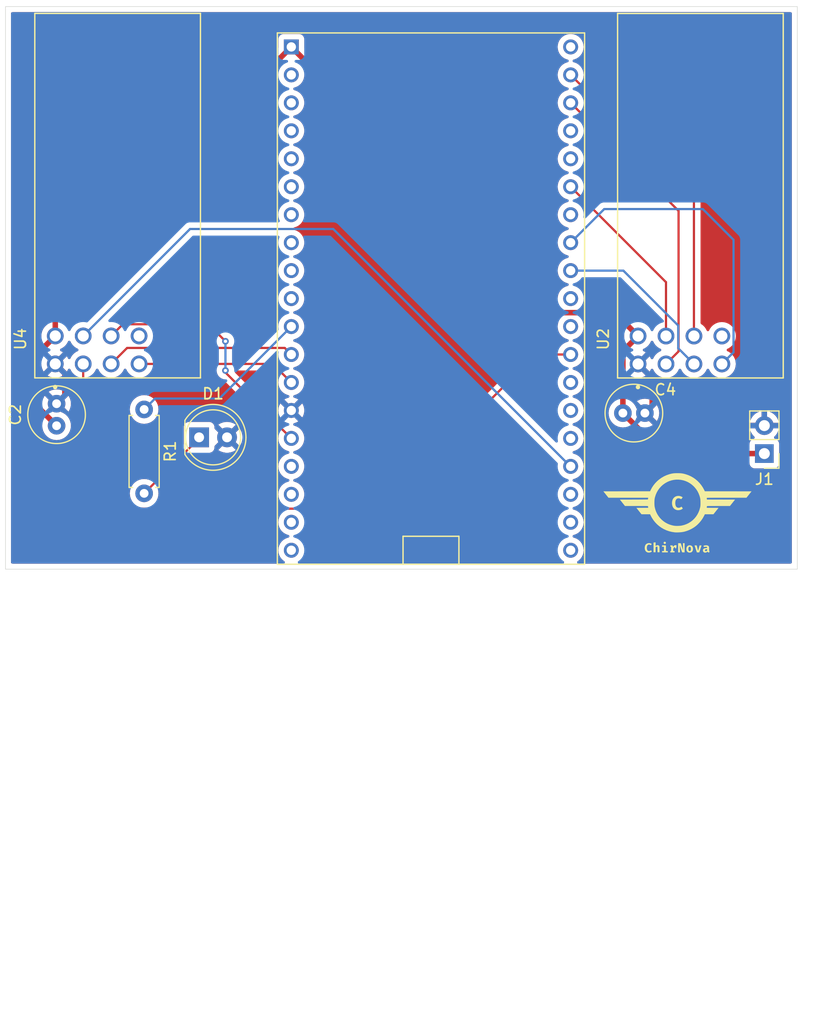
<source format=kicad_pcb>
(kicad_pcb (version 20240108) (generator "pcbnew") (generator_version "8.0")
  (layers (0 "F.Cu" signal) (31 "B.Cu" signal) (34 "B.Paste" user) (35 "F.Paste" user) (36 "B.SilkS" user "B.Silkscreen") (37 "F.SilkS" user "F.Silkscreen") (38 "B.Mask" user) (39 "F.Mask" user) (44 "Edge.Cuts" user))
  (net 0 "")
  (net 1 "vin")
  (net 2 "GND")
  (net 3 "Net-(D1-K)")
  (net 4 "Net-(U3-GPIO27{slash}AD17{slash}TOUCH7)")
  (net 6 "CE1")
  (net 7 "miso1")
  (net 8 "sck1")
  (net 9 "CSN1")
  (net 10 "mosi1")
  (net 20 "CE")
  (net 25 "mosi")
  (net 28 "miso")
  (net 36 "CSN")
  (net 37 "sck")
  (footprint "Resistor_THT:R_Axial_DIN0207_L6.3mm_D2.5mm_P7.62mm_Horizontal" (layer "F.Cu") (at 124.606 92.9939 -90)
    (property "Reference" "R1" (at 3.81 -2.37 90) (layer "F.SilkS"))
    (property "Value" "4.7k")
    (fp_line (start 0.54 1.37) (end 7.08 1.37) (stroke (width 0.12)) (layer "F.SilkS"))
    (fp_line (start 7.08 1.37) (end 7.08 1.04) (stroke (width 0.12)) (layer "F.SilkS"))
    (fp_line (start 0.54 1.04) (end 0.54 1.37) (stroke (width 0.12)) (layer "F.SilkS"))
    (fp_line (start 0.54 -1.04) (end 0.54 -1.37) (stroke (width 0.12)) (layer "F.SilkS"))
    (fp_line (start 0.54 -1.37) (end 7.08 -1.37) (stroke (width 0.12)) (layer "F.SilkS"))
    (fp_line (start 7.08 -1.37) (end 7.08 -1.04) (stroke (width 0.12)) (layer "F.SilkS"))
    (pad "1" thru_hole circle (at 0 0 270) (size 1.6 1.6) (drill 0.8) (layers "*.Cu" "*.Mask") (net 4 "Net-(U3-GPIO27{slash}AD17{slash}TOUCH7)"))
    (pad "2" thru_hole oval (at 7.62 0 270) (size 1.6 1.6) (drill 0.8) (layers "*.Cu" "*.Mask") (net 3 "Net-(D1-K)"))
  )
  (footprint "LOGO" (layer "F.Cu") (at 173.1 102.4)
    (property "Reference" "G***" (hide yes))
    (property "Value" "LOGO" (hide yes))
    (fp_poly (pts (xy -1.117403 2.614413) (xy -1.075636 2.637684) (xy -1.054329 2.674574) (xy -1.050517 2.707583) (xy -1.0595 2.755063) (xy -1.087634 2.787108) (xy -1.11465 2.800063) (xy -1.145139 2.80999) (xy -1.164444 2.811871) (xy -1.184987 2.805923) (xy -1.196126 2.801484) (xy -1.223847 2.78292) (xy -1.243024 2.761976) (xy -1.260584 2.719326) (xy -1.25712 2.678137) (xy -1.23644 2.64288) (xy -1.202351 2.618027) (xy -1.15866 2.608051)) (fill solid) (layer "F.SilkS"))
    (fp_poly (pts (xy -1.155918 2.939215) (xy -1.107435 2.940337) (xy -1.076345 2.942784) (xy -1.058841 2.947029) (xy -1.051114 2.953547) (xy -1.049407 2.960832) (xy -1.049009 2.979865) (xy -1.048573 3.019546) (xy -1.048135 3.075515) (xy -1.047727 3.143408) (xy -1.047392 3.217209) (xy -1.046487 3.451699) (xy -0.962984 3.451699) (xy -0.879481 3.451699) (xy -0.878746 3.51423) (xy -0.878011 3.57676) (xy -1.13935 3.57676) (xy -1.400689 3.57676) (xy -1.400689 3.51423) (xy -1.400689 3.451699) (xy -1.313146 3.451699) (xy -1.225603 3.451699) (xy -1.225603 3.257854) (xy -1.225603 3.064008) (xy -1.313146 3.064008) (xy -1.400689 3.064008) (xy -1.400689 3.001477) (xy -1.400689 2.938947) (xy -1.225603 2.938947)) (fill solid) (layer "F.SilkS"))
    (fp_poly (pts (xy 1.760908 2.979592) (xy 1.76759 3.005355) (xy 1.778813 3.050327) (xy 1.793316 3.109384) (xy 1.80984 3.177406) (xy 1.8209 3.223308) (xy 1.837422 3.290575) (xy 1.852335 3.348449) (xy 1.864553 3.392932) (xy 1.87299 3.420027) (xy 1.876167 3.426533) (xy 1.881143 3.415067) (xy 1.891235 3.382998) (xy 1.905397 3.333964) (xy 1.922584 3.271602) (xy 1.94175 3.19955) (xy 1.945301 3.185943) (xy 2.007938 2.9452) (xy 2.099818 2.941494) (xy 2.148469 2.940523) (xy 2.176028 2.942853) (xy 2.186265 2.949031) (xy 2.185974 2.954) (xy 2.180689 2.969923) (xy 2.168806 3.006259) (xy 2.151426 3.059625) (xy 2.129651 3.126636) (xy 2.104581 3.203907) (xy 2.082036 3.273486) (xy 1.983822 3.57676) (xy 1.874666 3.57676) (xy 1.765511 3.57676) (xy 1.65912 3.257854) (xy 1.55273 2.938947) (xy 1.651208 2.938947) (xy 1.749686 2.938947)) (fill solid) (layer "F.SilkS"))
    (fp_poly (pts (xy -1.988478 2.824087) (xy -1.988478 2.987635) (xy -1.918425 2.950785) (xy -1.854549 2.923467) (xy -1.799913 2.915407) (xy -1.74839 2.926126) (xy -1.726738 2.935839) (xy -1.698003 2.951485) (xy -1.675852 2.967691) (xy -1.659392 2.987809) (xy -1.647728 3.015192) (xy -1.639966 3.05319) (xy -1.635213 3.105156) (xy -1.632573 3.174442) (xy -1.631153 3.264399) (xy -1.630837 3.295362) (xy -1.628235 3.564254) (xy -1.720814 3.564254) (xy -1.813392 3.564254) (xy -1.813392 3.332068) (xy -1.814091 3.249776) (xy -1.816066 3.179251) (xy -1.819137 3.124077) (xy -1.823123 3.087836) (xy -1.826338 3.075692) (xy -1.849542 3.05576) (xy -1.884313 3.052777) (xy -1.924225 3.066318) (xy -1.95 3.083879) (xy -1.988478 3.116256) (xy -1.988478 3.340255) (xy -1.988478 3.564254) (xy -2.082274 3.564254) (xy -2.176071 3.564254) (xy -2.176071 3.120286) (xy -2.176071 2.676317) (xy -2.129173 2.67618) (xy -2.082432 2.673819) (xy -2.035615 2.66833) (xy -2.035376 2.66829) (xy -1.988478 2.660539)) (fill solid) (layer "F.SilkS"))
    (fp_poly (pts (xy 0.184115 2.741522) (xy 0.305699 2.745101) (xy 0.407691 3.067684) (xy 0.434984 3.153218) (xy 0.460241 3.23088) (xy 0.482387 3.297483) (xy 0.500347 3.349837) (xy 0.513046 3.384753) (xy 0.519407 3.399042) (xy 0.519464 3.399097) (xy 0.523341 3.396846) (xy 0.519186 3.382915) (xy 0.516166 3.363828) (xy 0.513018 3.323468) (xy 0.509921 3.265573) (xy 0.507055 3.193878) (xy 0.504598 3.112123) (xy 0.503169 3.048375) (xy 0.497209 2.738848) (xy 0.573765 2.738848) (xy 0.65032 2.738848) (xy 0.65032 3.158274) (xy 0.65032 3.577699) (xy 0.535455 3.574103) (xy 0.42059 3.570507) (xy 0.310754 3.239094) (xy 0.282887 3.156089) (xy 0.258021 3.084112) (xy 0.237057 3.025601) (xy 0.220898 2.982995) (xy 0.210443 2.958731) (xy 0.206595 2.955248) (xy 0.206746 2.957706) (xy 0.208791 2.98467) (xy 0.211266 3.032259) (xy 0.213989 3.096093) (xy 0.216781 3.171792) (xy 0.219461 3.254976) (xy 0.220542 3.292245) (xy 0.228508 3.57676) (xy 0.14552 3.57676) (xy 0.062531 3.57676) (xy 0.062531 3.157351) (xy 0.062531 2.737942)) (fill solid) (layer "F.SilkS"))
    (fp_poly (pts (xy -0.126806 2.925971) (xy -0.079464 2.938719) (xy -0.095559 3.060768) (xy -0.102461 3.113675) (xy -0.107981 3.157071) (xy -0.111383 3.185111) (xy -0.112105 3.192196) (xy -0.123576 3.197795) (xy -0.152073 3.20115) (xy -0.168833 3.201576) (xy -0.225111 3.201576) (xy -0.225111 3.145298) (xy -0.228588 3.10683) (xy -0.240495 3.090382) (xy -0.263043 3.095262) (xy -0.298444 3.120775) (xy -0.299736 3.121859) (xy -0.342978 3.167539) (xy -0.370606 3.221139) (xy -0.384716 3.288125) (xy -0.387691 3.351151) (xy -0.387691 3.451699) (xy -0.32516 3.451699) (xy -0.262629 3.451699) (xy -0.262629 3.51423) (xy -0.262629 3.57676) (xy -0.456474 3.57676) (xy -0.65032 3.57676) (xy -0.65032 3.51423) (xy -0.6495 3.477213) (xy -0.64446 3.458754) (xy -0.631329 3.452401) (xy -0.612801 3.451699) (xy -0.575283 3.451699) (xy -0.575283 3.257854) (xy -0.575283 3.064008) (xy -0.612801 3.064008) (xy -0.634949 3.06266) (xy -0.646033 3.054331) (xy -0.64988 3.032593) (xy -0.65032 3.00099) (xy -0.65032 2.937973) (xy -0.54142 2.941586) (xy -0.43252 2.9452) (xy -0.422439 2.995224) (xy -0.412385 3.040682) (xy -0.403101 3.062713) (xy -0.391102 3.062538) (xy -0.372901 3.041375) (xy -0.356908 3.018153) (xy -0.30659 2.962611) (xy -0.246529 2.928978) (xy -0.179458 2.918351)) (fill solid) (layer "F.SilkS"))
    (fp_poly (pts (xy -2.512853 2.737742) (xy -2.430542 2.760624) (xy -2.37288 2.791576) (xy -2.338325 2.81582) (xy -2.363306 2.849244) (xy -2.392502 2.888375) (xy -2.411889 2.910569) (xy -2.427625 2.918142) (xy -2.445869 2.913411) (xy -2.472779 2.898691) (xy -2.481571 2.893729) (xy -2.54844 2.867999) (xy -2.612742 2.865708) (xy -2.671532 2.886577) (xy -2.708353 2.91534) (xy -2.74484 2.966642) (xy -2.76977 3.031943) (xy -2.783365 3.10601) (xy -2.78585 3.183609) (xy -2.777447 3.259508) (xy -2.75838 3.328473) (xy -2.728873 3.385272) (xy -2.689148 3.424672) (xy -2.686547 3.426306) (xy -2.628281 3.448101) (xy -2.561795 3.450631) (xy -2.494546 3.434121) (xy -2.464308 3.419571) (xy -2.408627 3.387744) (xy -2.367855 3.435354) (xy -2.344307 3.464167) (xy -2.329349 3.484989) (xy -2.326614 3.490682) (xy -2.336342 3.503174) (xy -2.361925 3.521984) (xy -2.39651 3.542942) (xy -2.433246 3.561877) (xy -2.463712 3.574134) (xy -2.554671 3.592432) (xy -2.648614 3.59331) (xy -2.681049 3.589061) (xy -2.767488 3.562136) (xy -2.840779 3.515018) (xy -2.899617 3.449546) (xy -2.942697 3.367556) (xy -2.968715 3.270888) (xy -2.976465 3.172893) (xy -2.967686 3.056387) (xy -2.941296 2.957602) (xy -2.897215 2.876417) (xy -2.835361 2.812711) (xy -2.755655 2.766363) (xy -2.690234 2.744449) (xy -2.601833 2.731992)) (fill solid) (layer "F.SilkS"))
    (fp_poly (pts (xy 1.169704 2.935822) (xy 1.23554 2.951174) (xy 1.259271 2.961455) (xy 1.322853 3.008198) (xy 1.37053 3.072772) (xy 1.401023 3.152717) (xy 1.413054 3.245574) (xy 1.413196 3.257438) (xy 1.40432 3.355686) (xy 1.378216 3.438782) (xy 1.335673 3.505157) (xy 1.277477 3.553238) (xy 1.260335 3.562331) (xy 1.194353 3.584708) (xy 1.12021 3.595457) (xy 1.050613 3.592958) (xy 1.038011 3.590652) (xy 0.957611 3.562233) (xy 0.894045 3.51551) (xy 0.847702 3.451023) (xy 0.818969 3.369315) (xy 0.808236 3.270927) (xy 0.808228 3.27036) (xy 0.811 3.237649) (xy 0.991766 3.237649) (xy 0.992243 3.299009) (xy 1.001557 3.357103) (xy 1.020219 3.406438) (xy 1.034631 3.427821) (xy 1.073736 3.457455) (xy 1.118438 3.464858) (xy 1.162451 3.449751) (xy 1.181572 3.434337) (xy 1.205689 3.399993) (xy 1.219934 3.35293) (xy 1.225119 3.289128) (xy 1.223497 3.226908) (xy 1.212775 3.153685) (xy 1.189951 3.102232) (xy 1.154768 3.072288) (xy 1.10697 3.063593) (xy 1.067993 3.069466) (xy 1.038239 3.088933) (xy 1.015276 3.127116) (xy 0.999614 3.17852) (xy 0.991766 3.237649) (xy 0.811 3.237649) (xy 0.816575 3.171869) (xy 0.844241 3.087847) (xy 0.890696 3.019326) (xy 0.955409 2.967337) (xy 0.96731 2.960681) (xy 1.025807 2.94055) (xy 1.096532 2.932272)) (fill solid) (layer "F.SilkS"))
    (fp_poly (pts (xy 0.178213 -1.551271) (xy 0.247271 -1.535812) (xy 0.319123 -1.511632) (xy 0.385248 -1.482161) (xy 0.43712 -1.45083) (xy 0.446811 -1.443153) (xy 0.474665 -1.419448) (xy 0.405313 -1.334788) (xy 0.33596 -1.250127) (xy 0.300121 -1.275647) (xy 0.228532 -1.313057) (xy 0.145125 -1.334317) (xy 0.091726 -1.338158) (xy 0.012707 -1.327079) (xy -0.054795 -1.29458) (xy -0.110135 -1.241768) (xy -0.152663 -1.169751) (xy -0.181734 -1.079636) (xy -0.196698 -0.972532) (xy -0.196909 -0.849545) (xy -0.196639 -0.844924) (xy -0.182057 -0.732342) (xy -0.15323 -0.639912) (xy -0.1103 -0.56781) (xy -0.053408 -0.516212) (xy 0.017302 -0.485296) (xy 0.09983 -0.475234) (xy 0.1773 -0.482574) (xy 0.248172 -0.506593) (xy 0.316618 -0.546877) (xy 0.364354 -0.579846) (xy 0.394463 -0.543172) (xy 0.421579 -0.508648) (xy 0.451305 -0.468725) (xy 0.458089 -0.459266) (xy 0.474666 -0.435322) (xy 0.481917 -0.418008) (xy 0.477374 -0.402782) (xy 0.45857 -0.385105) (xy 0.423037 -0.360433) (xy 0.393944 -0.341232) (xy 0.318193 -0.302873) (xy 0.226938 -0.275051) (xy 0.127956 -0.259165) (xy 0.029026 -0.25661) (xy -0.037518 -0.263759) (xy -0.143937 -0.294282) (xy -0.241336 -0.34566) (xy -0.325812 -0.415045) (xy -0.393459 -0.499589) (xy -0.41657 -0.540229) (xy -0.461002 -0.653414) (xy -0.487662 -0.777843) (xy -0.496453 -0.907537) (xy -0.487278 -1.036514) (xy -0.460038 -1.158795) (xy -0.428033 -1.241798) (xy -0.368807 -1.339551) (xy -0.292204 -1.421143) (xy -0.201083 -1.485117) (xy -0.098304 -1.530011) (xy 0.013273 -1.554366) (xy 0.130788 -1.556722)) (fill solid) (layer "F.SilkS"))
    (fp_poly (pts (xy 2.66032 2.932628) (xy 2.736822 2.948733) (xy 2.798856 2.978208) (xy 2.843141 3.020225) (xy 2.854511 3.039063) (xy 2.863917 3.062898) (xy 2.870303 3.093356) (xy 2.874172 3.135322) (xy 2.876026 3.193681) (xy 2.876396 3.251944) (xy 2.877006 3.324887) (xy 2.879109 3.377143) (xy 2.883141 3.413014) (xy 2.889541 3.436802) (xy 2.896539 3.449851) (xy 2.90821 3.471433) (xy 2.909896 3.494921) (xy 2.902105 3.530526) (xy 2.900799 3.535236) (xy 2.890197 3.569368) (xy 2.879246 3.584939) (xy 2.86119 3.587567) (xy 2.841205 3.584796) (xy 2.801979 3.570936) (xy 2.765246 3.546731) (xy 2.762591 3.544279) (xy 2.727707 3.510858) (xy 2.689871 3.542695) (xy 2.654364 3.564548) (xy 2.608537 3.58284) (xy 2.588524 3.588152) (xy 2.545713 3.596736) (xy 2.51624 3.599633) (xy 2.489067 3.59676) (xy 2.453154 3.588034) (xy 2.449701 3.587115) (xy 2.412481 3.570262) (xy 2.373973 3.542654) (xy 2.362966 3.532269) (xy 2.337885 3.502511) (xy 2.324168 3.472496) (xy 2.317446 3.431392) (xy 2.316215 3.416325) (xy 2.31754 3.380742) (xy 2.501231 3.380742) (xy 2.51103 3.423994) (xy 2.537565 3.452123) (xy 2.576547 3.463555) (xy 2.623685 3.456712) (xy 2.660685 3.43933) (xy 2.684933 3.42219) (xy 2.696972 3.40336) (xy 2.701003 3.373639) (xy 2.70133 3.35033) (xy 2.70133 3.286113) (xy 2.626761 3.291506) (xy 2.564976 3.301692) (xy 2.524754 3.322434) (xy 2.504485 3.354879) (xy 2.501231 3.380742) (xy 2.31754 3.380742) (xy 2.318812 3.346557) (xy 2.338603 3.290383) (xy 2.376895 3.24673) (xy 2.434995 3.214526) (xy 2.51421 3.192696) (xy 2.60263 3.181199) (xy 2.651903 3.176593) (xy 2.681308 3.171638) (xy 2.695939 3.164388) (xy 2.700888 3.152897) (xy 2.70133 3.1435) (xy 2.692709 3.113234) (xy 2.674658 3.087361) (xy 2.658924 3.074144) (xy 2.640407 3.066854) (xy 2.612576 3.064472) (xy 2.568901 3.06598) (xy 2.54647 3.067383) (xy 2.496377 3.071478) (xy 2.454488 3.076342) (xy 2.428292 3.081066) (xy 2.425173 3.082079) (xy 2.409682 3.080709) (xy 2.394844 3.060548) (xy 2.384545 3.037008) (xy 2.374103 3.003192) (xy 2.371812 2.97908) (xy 2.373876 2.973756) (xy 2.390329 2.966404) (xy 2.424463 2.956314) (xy 2.469401 2.945483) (xy 2.477035 2.943835) (xy 2.572631 2.930719)) (fill solid) (layer "F.SilkS"))
    (fp_poly (pts (xy 0.140251 -3.618523) (xy 0.255846 -3.613674) (xy 0.359531 -3.604705) (xy 0.457794 -3.590781) (xy 0.557127 -3.571066) (xy 0.66402 -3.544724) (xy 0.72845 -3.527091) (xy 0.972475 -3.445699) (xy 1.205916 -3.342168) (xy 1.427455 -3.217593) (xy 1.635776 -3.073067) (xy 1.829562 -2.909683) (xy 2.007497 -2.728534) (xy 2.168264 -2.530715) (xy 2.310548 -2.317318) (xy 2.415149 -2.126159) (xy 2.489642 -1.976044) (xy 4.613911 -1.972882) (xy 6.738179 -1.969719) (xy 6.505792 -1.678951) (xy 6.273404 -1.388183) (xy 4.468608 -1.388183) (xy 4.220575 -1.388175) (xy 3.996354 -1.388142) (xy 3.794745 -1.388068) (xy 3.614547 -1.387937) (xy 3.454559 -1.387734) (xy 3.313583 -1.387443) (xy 3.190417 -1.387049) (xy 3.08386 -1.386537) (xy 2.992713 -1.385891) (xy 2.915775 -1.385096) (xy 2.851847 -1.384136) (xy 2.799726 -1.382995) (xy 2.758214 -1.381659) (xy 2.726109 -1.380111) (xy 2.702212 -1.378336) (xy 2.685322 -1.376319) (xy 2.674239 -1.374045) (xy 2.667762 -1.371497) (xy 2.664691 -1.36866) (xy 2.663825 -1.365519) (xy 2.663811 -1.364916) (xy 2.665471 -1.338613) (xy 2.669648 -1.299905) (xy 2.671756 -1.283685) (xy 2.679701 -1.22572) (xy 3.958571 -1.222535) (xy 5.237442 -1.21935) (xy 5.005054 -0.928582) (xy 4.772665 -0.637814) (xy 3.724491 -0.637814) (xy 3.538312 -0.637798) (xy 3.375571 -0.637728) (xy 3.234693 -0.637568) (xy 3.114104 -0.637284) (xy 3.012229 -0.636841) (xy 2.927494 -0.636203) (xy 2.858324 -0.635336) (xy 2.803145 -0.634204) (xy 2.760382 -0.632774) (xy 2.728461 -0.631009) (xy 2.705807 -0.628875) (xy 2.690845 -0.626337) (xy 2.682002 -0.623361) (xy 2.677703 -0.61991) (xy 2.676373 -0.61595) (xy 2.676317 -0.614547) (xy 2.674657 -0.588234) (xy 2.670481 -0.549533) (xy 2.668383 -0.533391) (xy 2.660448 -0.475502) (xy 3.198579 -0.472241) (xy 3.736709 -0.468981) (xy 3.504318 -0.178212) (xy 3.271927 0.112556) (xy 2.881434 0.112556) (xy 2.490941 0.112556) (xy 2.421621 0.25325) (xy 2.299595 0.473478) (xy 2.156052 0.683865) (xy 1.993602 0.881164) (xy 1.814854 1.062128) (xy 1.67402 1.183299) (xy 1.493036 1.314276) (xy 1.29421 1.432921) (xy 1.082686 1.536757) (xy 0.863611 1.623306) (xy 0.642131 1.690089) (xy 0.600098 1.700364) (xy 0.495262 1.72077) (xy 0.372681 1.737685) (xy 0.239438 1.750654) (xy 0.102616 1.759223) (xy -0.030702 1.762937) (xy -0.153435 1.761343) (xy -0.250123 1.754879) (xy -0.510139 1.716091) (xy -0.761678 1.65436) (xy -1.003555 1.570498) (xy -1.234587 1.465316) (xy -1.453589 1.339626) (xy -1.659377 1.194239) (xy -1.850767 1.029967) (xy -2.026574 0.847622) (xy -2.185615 0.648015) (xy -2.326706 0.431957) (xy -2.41383 0.272009) (xy -2.494053 0.112556) (xy -2.88299 0.112556) (xy -3.271926 0.112556) (xy -3.504317 -0.178212) (xy -3.736708 -0.468981) (xy -3.198578 -0.472241) (xy -2.660448 -0.475502) (xy -2.668382 -0.533391) (xy -2.673225 -0.57359) (xy -2.676033 -0.606325) (xy -2.676317 -0.614547) (xy -2.677021 -0.61868) (xy -2.680181 -0.622292) (xy -2.687374 -0.625419) (xy -2.700173 -0.628096) (xy -2.720152 -0.630357) (xy -2.748886 -0.632238) (xy -2.78795 -0.633774) (xy -2.838919 -0.634998) (xy -2.903366 -0.635948) (xy -2.982866 -0.636656) (xy -3.078994 -0.637159) (xy -3.193324 -0.637491) (xy -3.32743 -0.637687) (xy -3.482888 -0.637783) (xy -3.661272 -0.637812) (xy -3.724491 -0.637814) (xy -4.772665 -0.637814) (xy -5.005053 -0.928582) (xy -5.019222 -0.94631) (xy -2.096031 -0.94631) (xy -2.094752 -0.830904) (xy -2.089895 -0.721432) (xy -2.081417 -0.62404) (xy -2.071554 -0.556524) (xy -2.018258 -0.335793) (xy -1.942818 -0.12461) (xy -1.846526 0.075638) (xy -1.730674 0.263567) (xy -1.596551 0.43779) (xy -1.445448 0.596922) (xy -1.278656 0.739578) (xy -1.097467 0.864373) (xy -0.90317 0.969919) (xy -0.697057 1.054833) (xy -0.520985 1.107878) (xy -0.407998 1.134491) (xy -0.307343 1.15309) (xy -0.210382 1.164617) (xy -0.108476 1.170015) (xy 0.007014 1.170225) (xy 0.043772 1.169462) (xy 0.178137 1.163703) (xy 0.292684 1.153314) (xy 0.392254 1.137856) (xy 0.392827 1.137745) (xy 0.615111 1.082274) (xy 0.826664 1.004841) (xy 1.026337 0.906587) (xy 1.212981 0.788656) (xy 1.385448 0.652189) (xy 1.542589 0.498329) (xy 1.683256 0.328216) (xy 1.806299 0.142993) (xy 1.91057 -0.056198) (xy 1.99492 -0.268215) (xy 2.058201 -0.491915) (xy 2.065561 -0.525258) (xy 2.075518 -0.575609) (xy 2.082883 -0.623307) (xy 2.088039 -0.673615) (xy 2.091367 -0.731798) (xy 2.09325 -0.80312) (xy 2.09407 -0.892846) (xy 2.094155 -0.919202) (xy 2.093091 -1.045019) (xy 2.088696 -1.151973) (xy 2.080144 -1.246085) (xy 2.06661 -1.333378) (xy 2.047269 -1.419874) (xy 2.021295 -1.511596) (xy 2.006619 -1.558044) (xy 1.926363 -1.771119) (xy 1.828494 -1.967737) (xy 1.711236 -2.150805) (xy 1.572808 -2.323229) (xy 1.475441 -2.426194) (xy 1.307837 -2.576269) (xy 1.127546 -2.705726) (xy 0.936423 -2.814266) (xy 0.736325 -2.901585) (xy 0.529109 -2.967383) (xy 0.316631 -3.011358) (xy 0.100748 -3.033209) (xy -0.116684 -3.032635) (xy -0.333808 -3.009334) (xy -0.548767 -2.963005) (xy -0.759705 -2.893346) (xy -0.931708 -2.816942) (xy -1.131807 -2.703294) (xy -1.316338 -2.570598) (xy -1.484327 -2.420116) (xy -1.6348 -2.253116) (xy -1.766781 -2.070861) (xy -1.879297 -1.874617) (xy -1.971372 -1.665647) (xy -2.042033 -1.445218) (xy -2.0662 -1.344411) (xy -2.078816 -1.266703) (xy -2.088021 -1.170354) (xy -2.093774 -1.061508) (xy -2.096031 -0.94631) (xy -5.019222 -0.94631) (xy -5.237441 -1.21935) (xy -3.966824 -1.222536) (xy -3.790656 -1.223067) (xy -3.621562 -1.223752) (xy -3.461218 -1.224574) (xy -3.311302 -1.225516) (xy -3.173488 -1.226563) (xy -3.049452 -1.227697) (xy -2.940871 -1.228903) (xy -2.84942 -1.230164) (xy -2.776776 -1.231464) (xy -2.724614 -1.232786) (xy -2.694611 -1.234114) (xy -2.687687 -1.235042) (xy -2.681675 -1.251715) (xy -2.675001 -1.285102) (xy -2.670589 -1.316273) (xy -2.662011 -1.388183) (xy -4.467707 -1.388183) (xy -6.273403 -1.388183) (xy -6.505791 -1.678951) (xy -6.738179 -1.969719) (xy -4.61423 -1.972882) (xy -2.490282 -1.976044) (xy -2.435433 -2.09169) (xy -2.31646 -2.313715) (xy -2.176837 -2.522997) (xy -2.018172 -2.71821) (xy -1.842072 -2.898023) (xy -1.650144 -3.06111) (xy -1.443995 -3.20614) (xy -1.225232 -3.331785) (xy -0.995462 -3.436718) (xy -0.756293 -3.519609) (xy -0.683706 -3.539781) (xy -0.579689 -3.56579) (xy -0.486651 -3.585757) (xy -0.398439 -3.600398) (xy -0.308897 -3.610429) (xy -0.211868 -3.616568) (xy -0.101197 -3.619531) (xy 0.006253 -3.620089)) (fill solid) (layer "F.SilkS"))
  )
  (footprint "Module:XCVR_NRF24L01P-MODULE-PCB" (layer "F.Cu") (at 175.1869 73.5776 90)
    (property "Reference" "U2" (at -13.025 -8.835 90) (layer "F.SilkS"))
    (property "Value" "NRF24L01P-MODULE-PCB")
    (fp_line (start 16.5544 -7.5311) (end -16.5544 -7.5311) (stroke (width 0.127)) (layer "F.SilkS"))
    (fp_line (start -16.5544 -7.5311) (end -16.5544 7.5311) (stroke (width 0.127)) (layer "F.SilkS"))
    (fp_line (start 16.5544 7.5311) (end 16.5544 -7.5311) (stroke (width 0.127)) (layer "F.SilkS"))
    (fp_line (start -16.5544 7.5311) (end 16.5544 7.5311) (stroke (width 0.127)) (layer "F.SilkS"))
    (fp_circle (center -17.385 -5.68) (end -17.285 -5.68) (stroke (width 0.2)) (fill none) (layer "F.SilkS"))
    (pad "1" thru_hole circle (at -15.2844 -5.6689 90) (size 1.524 1.524) (drill 1.016) (layers "*.Cu" "*.Mask") (net 2 "GND"))
    (pad "2" thru_hole circle (at -12.7445 -5.6689 90) (size 1.524 1.524) (drill 1.016) (layers "*.Cu" "*.Mask") (net 1 "vin"))
    (pad "3" thru_hole circle (at -15.2844 -3.1289 90) (size 1.524 1.524) (drill 1.016) (layers "*.Cu" "*.Mask") (net 6 "CE1"))
    (pad "4" thru_hole circle (at -12.7445 -3.1289 90) (size 1.524 1.524) (drill 1.016) (layers "*.Cu" "*.Mask") (net 9 "CSN1"))
    (pad "5" thru_hole circle (at -15.2844 -0.5889 90) (size 1.524 1.524) (drill 1.016) (layers "*.Cu" "*.Mask") (net 8 "sck1"))
    (pad "6" thru_hole circle (at -12.7445 -0.5889 90) (size 1.524 1.524) (drill 1.016) (layers "*.Cu" "*.Mask") (net 10 "mosi1"))
    (pad "7" thru_hole circle (at -15.2844 1.9511 90) (size 1.524 1.524) (drill 1.016) (layers "*.Cu" "*.Mask") (net 7 "miso1"))
    (pad "8" thru_hole circle (at -12.7445 1.9511 90) (size 1.524 1.524) (drill 1.016) (layers "*.Cu" "*.Mask"))
  )
  (footprint "LED_THT:LED_D5.0mm" (layer "F.Cu") (at 129.604 95.526)
    (property "Reference" "D1" (at 1.27 -3.96 0) (layer "F.SilkS"))
    (property "Value" "LED")
    (fp_line (start -1.29 -1.545) (end -1.29 1.545) (stroke (width 0.12)) (layer "F.SilkS"))
    (fp_arc (start -1.29 -1.54483) (mid 2.071756 -2.880501) (end 4.26 -0.000048) (stroke (width 0.12)) (layer "F.SilkS"))
    (fp_arc (start 4.26 0.000048) (mid 2.071756 2.880501) (end -1.29 1.54483) (stroke (width 0.12)) (layer "F.SilkS"))
    (fp_circle (center 1.27 0) (end 3.77 0) (stroke (width 0.12)) (fill none) (layer "F.SilkS"))
    (pad "1" thru_hole rect (at 0 0) (size 1.8 1.8) (drill 0.9) (layers "*.Cu" "*.Mask") (net 3 "Net-(D1-K)"))
    (pad "2" thru_hole circle (at 2.54 0) (size 1.8 1.8) (drill 0.9) (layers "*.Cu" "*.Mask") (net 2 "GND"))
  )
  (footprint "Module:XCVR_NRF24L01P-MODULE-PCB" (layer "F.Cu") (at 122.1951 73.5705 90)
    (property "Reference" "U4" (at -13.025 -8.835 90) (layer "F.SilkS"))
    (property "Value" "NRF24L01P-MODULE-PCB")
    (fp_line (start 16.5544 -7.5311) (end -16.5544 -7.5311) (stroke (width 0.127)) (layer "F.SilkS"))
    (fp_line (start -16.5544 -7.5311) (end -16.5544 7.5311) (stroke (width 0.127)) (layer "F.SilkS"))
    (fp_line (start 16.5544 7.5311) (end 16.5544 -7.5311) (stroke (width 0.127)) (layer "F.SilkS"))
    (fp_line (start -16.5544 7.5311) (end 16.5544 7.5311) (stroke (width 0.127)) (layer "F.SilkS"))
    (fp_circle (center -17.385 -5.68) (end -17.285 -5.68) (stroke (width 0.2)) (fill none) (layer "F.SilkS"))
    (pad "1" thru_hole circle (at -15.2844 -5.6689 90) (size 1.524 1.524) (drill 1.016) (layers "*.Cu" "*.Mask") (net 2 "GND"))
    (pad "2" thru_hole circle (at -12.7445 -5.6689 90) (size 1.524 1.524) (drill 1.016) (layers "*.Cu" "*.Mask") (net 1 "vin"))
    (pad "3" thru_hole circle (at -15.2844 -3.1289 90) (size 1.524 1.524) (drill 1.016) (layers "*.Cu" "*.Mask") (net 20 "CE"))
    (pad "4" thru_hole circle (at -12.7445 -3.1289 90) (size 1.524 1.524) (drill 1.016) (layers "*.Cu" "*.Mask") (net 36 "CSN"))
    (pad "5" thru_hole circle (at -15.2844 -0.5889 90) (size 1.524 1.524) (drill 1.016) (layers "*.Cu" "*.Mask") (net 37 "sck"))
    (pad "6" thru_hole circle (at -12.7445 -0.5889 90) (size 1.524 1.524) (drill 1.016) (layers "*.Cu" "*.Mask") (net 25 "mosi"))
    (pad "7" thru_hole circle (at -15.2844 1.9511 90) (size 1.524 1.524) (drill 1.016) (layers "*.Cu" "*.Mask") (net 28 "miso"))
    (pad "8" thru_hole circle (at -12.7445 1.9511 90) (size 1.524 1.524) (drill 1.016) (layers "*.Cu" "*.Mask"))
  )
  (footprint "Module:ESP32-DEVKITC" (layer "F.Cu") (at 150.688 82.9221)
    (property "Reference" "U3" (hide yes))
    (property "Value" "ESP32-DEVKITC")
    (fp_line (start -13.97 -24.13) (end 13.97 -24.13) (stroke (width 0.127)) (layer "F.SilkS"))
    (fp_line (start -13.97 24.13) (end -13.97 -24.13) (stroke (width 0.127)) (layer "F.SilkS"))
    (fp_line (start -2.54 21.59) (end 2.54 21.59) (stroke (width 0.127)) (layer "F.SilkS"))
    (fp_line (start -2.54 24.13) (end -13.97 24.13) (stroke (width 0.127)) (layer "F.SilkS"))
    (fp_line (start -2.54 24.13) (end -2.54 21.59) (stroke (width 0.127)) (layer "F.SilkS"))
    (fp_line (start 2.54 21.59) (end 2.54 24.13) (stroke (width 0.127)) (layer "F.SilkS"))
    (fp_line (start 2.54 24.13) (end -2.54 24.13) (stroke (width 0.127)) (layer "F.SilkS"))
    (fp_line (start 13.97 -24.13) (end 13.97 24.13) (stroke (width 0.127)) (layer "F.SilkS"))
    (fp_line (start 13.97 24.13) (end 2.54 24.13) (stroke (width 0.127)) (layer "F.SilkS"))
    (pad "1" thru_hole rect (at -12.7 -22.86) (size 1.358 1.358) (drill 0.85) (layers "*.Cu" "*.Mask") (net 1 "vin"))
    (pad "2" thru_hole circle (at -12.7 -20.32) (size 1.358 1.358) (drill 0.85) (layers "*.Cu" "*.Mask"))
    (pad "3" thru_hole circle (at -12.7 -17.78) (size 1.358 1.358) (drill 0.85) (layers "*.Cu" "*.Mask"))
    (pad "4" thru_hole circle (at -12.7 -15.24) (size 1.358 1.358) (drill 0.85) (layers "*.Cu" "*.Mask"))
    (pad "5" thru_hole circle (at -12.7 -12.7) (size 1.358 1.358) (drill 0.85) (layers "*.Cu" "*.Mask"))
    (pad "6" thru_hole circle (at -12.7 -10.16) (size 1.358 1.358) (drill 0.85) (layers "*.Cu" "*.Mask"))
    (pad "7" thru_hole circle (at -12.7 -7.62) (size 1.358 1.358) (drill 0.85) (layers "*.Cu" "*.Mask"))
    (pad "8" thru_hole circle (at -12.7 -5.08) (size 1.358 1.358) (drill 0.85) (layers "*.Cu" "*.Mask"))
    (pad "9" thru_hole circle (at -12.7 -2.54) (size 1.358 1.358) (drill 0.85) (layers "*.Cu" "*.Mask"))
    (pad "10" thru_hole circle (at -12.7 0) (size 1.358 1.358) (drill 0.85) (layers "*.Cu" "*.Mask"))
    (pad "11" thru_hole circle (at -12.7 2.54) (size 1.358 1.358) (drill 0.85) (layers "*.Cu" "*.Mask") (net 4 "Net-(U3-GPIO27{slash}AD17{slash}TOUCH7)"))
    (pad "12" thru_hole circle (at -12.7 5.08) (size 1.358 1.358) (drill 0.85) (layers "*.Cu" "*.Mask") (net 37 "sck"))
    (pad "13" thru_hole circle (at -12.7 7.62) (size 1.358 1.358) (drill 0.85) (layers "*.Cu" "*.Mask") (net 28 "miso"))
    (pad "14" thru_hole circle (at -12.7 10.16) (size 1.358 1.358) (drill 0.85) (layers "*.Cu" "*.Mask") (net 2 "GND"))
    (pad "15" thru_hole circle (at -12.7 12.7) (size 1.358 1.358) (drill 0.85) (layers "*.Cu" "*.Mask") (net 25 "mosi"))
    (pad "16" thru_hole circle (at -12.7 15.24) (size 1.358 1.358) (drill 0.85) (layers "*.Cu" "*.Mask"))
    (pad "17" thru_hole circle (at -12.7 17.78) (size 1.358 1.358) (drill 0.85) (layers "*.Cu" "*.Mask"))
    (pad "18" thru_hole circle (at -12.7 20.32) (size 1.358 1.358) (drill 0.85) (layers "*.Cu" "*.Mask"))
    (pad "19" thru_hole circle (at -12.7 22.86) (size 1.358 1.358) (drill 0.85) (layers "*.Cu" "*.Mask"))
    (pad "20" thru_hole circle (at 12.7 22.86) (size 1.358 1.358) (drill 0.85) (layers "*.Cu" "*.Mask"))
    (pad "21" thru_hole circle (at 12.7 20.32) (size 1.358 1.358) (drill 0.85) (layers "*.Cu" "*.Mask"))
    (pad "22" thru_hole circle (at 12.7 17.78) (size 1.358 1.358) (drill 0.85) (layers "*.Cu" "*.Mask"))
    (pad "23" thru_hole circle (at 12.7 15.24) (size 1.358 1.358) (drill 0.85) (layers "*.Cu" "*.Mask") (net 36 "CSN"))
    (pad "24" thru_hole circle (at 12.7 12.7) (size 1.358 1.358) (drill 0.85) (layers "*.Cu" "*.Mask"))
    (pad "25" thru_hole circle (at 12.7 10.16) (size 1.358 1.358) (drill 0.85) (layers "*.Cu" "*.Mask"))
    (pad "26" thru_hole circle (at 12.7 7.62) (size 1.358 1.358) (drill 0.85) (layers "*.Cu" "*.Mask"))
    (pad "27" thru_hole circle (at 12.7 5.08) (size 1.358 1.358) (drill 0.85) (layers "*.Cu" "*.Mask") (net 20 "CE"))
    (pad "28" thru_hole circle (at 12.7 2.54) (size 1.358 1.358) (drill 0.85) (layers "*.Cu" "*.Mask"))
    (pad "29" thru_hole circle (at 12.7 0) (size 1.358 1.358) (drill 0.85) (layers "*.Cu" "*.Mask"))
    (pad "30" thru_hole circle (at 12.7 -2.54) (size 1.358 1.358) (drill 0.85) (layers "*.Cu" "*.Mask") (net 8 "sck1"))
    (pad "31" thru_hole circle (at 12.7 -5.08) (size 1.358 1.358) (drill 0.85) (layers "*.Cu" "*.Mask") (net 7 "miso1"))
    (pad "32" thru_hole circle (at 12.7 -7.62) (size 1.358 1.358) (drill 0.85) (layers "*.Cu" "*.Mask"))
    (pad "33" thru_hole circle (at 12.7 -10.16) (size 1.358 1.358) (drill 0.85) (layers "*.Cu" "*.Mask") (net 9 "CSN1"))
    (pad "34" thru_hole circle (at 12.7 -12.7) (size 1.358 1.358) (drill 0.85) (layers "*.Cu" "*.Mask"))
    (pad "35" thru_hole circle (at 12.7 -15.24) (size 1.358 1.358) (drill 0.85) (layers "*.Cu" "*.Mask"))
    (pad "36" thru_hole circle (at 12.7 -17.78) (size 1.358 1.358) (drill 0.85) (layers "*.Cu" "*.Mask") (net 6 "CE1"))
    (pad "37" thru_hole circle (at 12.7 -20.32) (size 1.358 1.358) (drill 0.85) (layers "*.Cu" "*.Mask") (net 10 "mosi1"))
    (pad "38" thru_hole circle (at 12.7 -22.86) (size 1.358 1.358) (drill 0.85) (layers "*.Cu" "*.Mask"))
  )
  (footprint "Capacitor_THT:C_Radial_D5.0mm_H11.0mm_P2.00mm" (layer "F.Cu") (at 116.6451 94.4705 90)
    (property "Reference" "C2" (at 1 -3.75 90) (layer "F.SilkS"))
    (property "Value" "10UF")
    (fp_circle (center 1 0) (end 3.62 0) (stroke (width 0.12)) (fill none) (layer "F.SilkS"))
    (pad "1" thru_hole circle (at 0 0 90) (size 1.6 1.6) (drill 0.8) (layers "*.Cu" "*.Mask") (net 1 "vin"))
    (pad "2" thru_hole circle (at 2 0 90) (size 1.6 1.6) (drill 0.8) (layers "*.Cu" "*.Mask") (net 2 "GND"))
  )
  (footprint "Capacitor_THT:C_Radial_D5.0mm_H11.0mm_P2.00mm" (layer "F.Cu") (at 168.138 93.3221)
    (property "Reference" "C4" (at 3.862 -2.1221 0) (layer "F.SilkS"))
    (property "Value" "10uf")
    (fp_circle (center 1 0) (end 3.62 0) (stroke (width 0.12)) (fill none) (layer "F.SilkS"))
    (pad "1" thru_hole circle (at 0 0) (size 1.6 1.6) (drill 0.8) (layers "*.Cu" "*.Mask") (net 1 "vin"))
    (pad "2" thru_hole circle (at 2 0) (size 1.6 1.6) (drill 0.8) (layers "*.Cu" "*.Mask") (net 2 "GND"))
  )
  (footprint "Connector_PinHeader_2.54mm:PinHeader_1x02_P2.54mm_Vertical" (layer "F.Cu") (at 181 97 180)
    (property "Reference" "J1" (at 0 -2.33 0) (layer "F.SilkS"))
    (property "Value" "Conn_01x02_Pin")
    (fp_line (start 1.33 1.27) (end 1.33 3.87) (stroke (width 0.12)) (layer "F.SilkS"))
    (fp_line (start -1.33 3.87) (end 1.33 3.87) (stroke (width 0.12)) (layer "F.SilkS"))
    (fp_line (start -1.33 1.27) (end 1.33 1.27) (stroke (width 0.12)) (layer "F.SilkS"))
    (fp_line (start -1.33 1.27) (end -1.33 3.87) (stroke (width 0.12)) (layer "F.SilkS"))
    (fp_line (start -1.33 0) (end -1.33 -1.33) (stroke (width 0.12)) (layer "F.SilkS"))
    (fp_line (start -1.33 -1.33) (end 0 -1.33) (stroke (width 0.12)) (layer "F.SilkS"))
    (pad "1" thru_hole rect (at 0 0 180) (size 1.7 1.7) (drill 1) (layers "*.Cu" "*.Mask") (net 1 "vin"))
    (pad "2" thru_hole oval (at 0 2.54 180) (size 1.7 1.7) (drill 1) (layers "*.Cu" "*.Mask") (net 2 "GND"))
  )
  (gr_rect (start 112 56.4) (end 184 107.5) (stroke (width 0.05)) (fill none) (layer "Edge.Cuts"))
  (segment (start 114.206 92.0314) (end 116.6451 94.4705) (width 0.5) (layer "F.Cu") (net 1))
  (segment (start 162.1259 84.2) (end 167.3959 84.2) (width 0.5) (layer "F.Cu") (net 1))
  (segment (start 171.40795 96.59205) (end 168.138 93.3221) (width 0.5) (layer "F.Cu") (net 1))
  (segment (start 137.988 60.0621) (end 162.1259 84.2) (width 0.5) (layer "F.Cu") (net 1))
  (segment (start 116.5262 81.5239) (end 116.5262 86.315) (width 0.5) (layer "F.Cu") (net 1))
  (segment (start 116.5262 86.315) (end 114.206 88.6352) (width 0.5) (layer "F.Cu") (net 1))
  (segment (start 137.988 60.0621) (end 116.5262 81.5239) (width 0.5) (layer "F.Cu") (net 1))
  (segment (start 168.138 87.7021) (end 169.518 86.3221) (width 0.5) (layer "F.Cu") (net 1))
  (segment (start 171.8159 97) (end 171.40795 96.59205) (width 0.5) (layer "F.Cu") (net 1))
  (segment (start 181 97) (end 171.8159 97) (width 0.5) (layer "F.Cu") (net 1))
  (segment (start 167.3959 84.2) (end 169.518 86.3221) (width 0.5) (layer "F.Cu") (net 1))
  (segment (start 168.138 93.3221) (end 168.138 87.7021) (width 0.5) (layer "F.Cu") (net 1))
  (segment (start 114.206 88.6352) (end 114.206 92.0314) (width 0.5) (layer "F.Cu") (net 1))
  (segment (start 170.8 90.144) (end 170.8 92.6601) (width 0.5) (layer "F.Cu") (net 2))
  (segment (start 169.518 88.862) (end 170.8 90.144) (width 0.5) (layer "F.Cu") (net 2))
  (segment (start 117.4 91.7156) (end 117.4 89.7287) (width 0.5) (layer "F.Cu") (net 2))
  (segment (start 181 94.46) (end 171.2759 94.46) (width 0.5) (layer "F.Cu") (net 2))
  (segment (start 170.8 92.6601) (end 170.138 93.3221) (width 0.5) (layer "F.Cu") (net 2))
  (segment (start 171.2759 94.46) (end 170.138 93.3221) (width 0.5) (layer "F.Cu") (net 2))
  (segment (start 117.4 89.7287) (end 116.5262 88.8549) (width 0.5) (layer "F.Cu") (net 2))
  (segment (start 116.6451 92.4705) (end 117.4 91.7156) (width 0.5) (layer "F.Cu") (net 2))
  (segment (start 129.604 95.6159) (end 129.604 95.526) (width 0.2) (layer "F.Cu") (net 3))
  (segment (start 124.606 100.6139) (end 129.604 95.6159) (width 0.2) (layer "F.Cu") (net 3))
  (segment (start 124.606 92.9939) (end 125.5999 92) (width 0.2) (layer "B.Cu") (net 4))
  (segment (start 131.4501 92) (end 137.988 85.4621) (width 0.2) (layer "B.Cu") (net 4))
  (segment (start 125.5999 92) (end 131.4501 92) (width 0.2) (layer "B.Cu") (net 4))
  (segment (start 173.2 74.9541) (end 163.388 65.1421) (width 0.2) (layer "F.Cu") (net 6))
  (segment (start 172.058 88.862) (end 173.2 87.72) (width 0.2) (layer "F.Cu") (net 6))
  (segment (start 173.2 87.72) (end 173.2 74.9541) (width 0.2) (layer "F.Cu") (net 6))
  (segment (start 166.43805 74.79205) (end 163.388 77.8421) (width 0.2) (layer "B.Cu") (net 7))
  (segment (start 178.2 87.8) (end 177.138 88.862) (width 0.2) (layer "B.Cu") (net 7))
  (segment (start 178.2 77.5841) (end 178.2 87.8) (width 0.2) (layer "B.Cu") (net 7))
  (segment (start 175.40795 74.79205) (end 178.2 77.5841) (width 0.2) (layer "B.Cu") (net 7))
  (segment (start 175.40795 74.79205) (end 166.43805 74.79205) (width 0.2) (layer "B.Cu") (net 7))
  (segment (start 173.168 85.368) (end 168.1821 80.3821) (width 0.2) (layer "B.Cu") (net 8))
  (segment (start 173.168 87.432) (end 173.168 85.368) (width 0.2) (layer "B.Cu") (net 8))
  (segment (start 168.1821 80.3821) (end 163.388 80.3821) (width 0.2) (layer "B.Cu") (net 8))
  (segment (start 174.598 88.862) (end 173.168 87.432) (width 0.2) (layer "B.Cu") (net 8))
  (segment (start 172.058 81.4321) (end 163.388 72.7621) (width 0.2) (layer "F.Cu") (net 9))
  (segment (start 172.058 86.3221) (end 172.058 81.4321) (width 0.2) (layer "F.Cu") (net 9))
  (segment (start 174.598 73.8121) (end 163.388 62.6021) (width 0.2) (layer "F.Cu") (net 10))
  (segment (start 174.598 86.3221) (end 174.598 73.8121) (width 0.2) (layer "F.Cu") (net 10))
  (segment (start 155.806 92.4) (end 155.806 100.2039) (width 0.2) (layer "F.Cu") (net 20))
  (segment (start 119.606 102.0039) (end 119.0662 101.4641) (width 0.2) (layer "F.Cu") (net 20))
  (segment (start 154.006 102.0039) (end 119.606 102.0039) (width 0.2) (layer "F.Cu") (net 20))
  (segment (start 160.2039 88.0021) (end 163.388 88.0021) (width 0.2) (layer "F.Cu") (net 20))
  (segment (start 155.806 100.2039) (end 154.006 102.0039) (width 0.2) (layer "F.Cu") (net 20))
  (segment (start 155.806 92.4) (end 160.2039 88.0021) (width 0.2) (layer "F.Cu") (net 20))
  (segment (start 119.0662 101.4641) (end 119.0662 88.8549) (width 0.2) (layer "F.Cu") (net 20))
  (segment (start 130.453 85.253) (end 132 86.8) (width 0.2) (layer "F.Cu") (net 25))
  (segment (start 122.6682 85.253) (end 130.453 85.253) (width 0.2) (layer "F.Cu") (net 25))
  (segment (start 121.6062 86.315) (end 122.6682 85.253) (width 0.2) (layer "F.Cu") (net 25))
  (segment (start 132 89.6341) (end 137.988 95.6221) (width 0.2) (layer "F.Cu") (net 25))
  (segment (start 132 89.4549) (end 132 89.6341) (width 0.2) (layer "F.Cu") (net 25))
  (via (at 132 89.4549) (size 0.6) (drill 0.3) (layers "F.Cu" "B.Cu") (net 25))
  (via (at 132 86.8) (size 0.6) (drill 0.3) (layers "F.Cu" "B.Cu") (net 25))
  (segment (start 132 86.8) (end 132 89.4549) (width 0.2) (layer "B.Cu") (net 25))
  (segment (start 124.1462 88.8549) (end 136.3008 88.8549) (width 0.2) (layer "F.Cu") (net 28))
  (segment (start 136.3008 88.8549) (end 137.988 90.5421) (width 0.2) (layer "F.Cu") (net 28))
  (segment (start 128.7812 76.6) (end 141.8 76.6) (width 0.2) (layer "B.Cu") (net 36))
  (segment (start 141.8 76.6) (end 163.3621 98.1621) (width 0.2) (layer "B.Cu") (net 36))
  (segment (start 163.3621 98.1621) (end 163.388 98.1621) (width 0.2) (layer "B.Cu") (net 36))
  (segment (start 119.0662 86.315) (end 128.7812 76.6) (width 0.2) (layer "B.Cu") (net 36))
  (segment (start 121.6062 88.8549) (end 123.0572 87.4039) (width 0.2) (layer "F.Cu") (net 37))
  (segment (start 123.0572 87.4039) (end 137.3898 87.4039) (width 0.2) (layer "F.Cu") (net 37))
  (segment (start 137.3898 87.4039) (end 137.988 88.0021) (width 0.2) (layer "F.Cu") (net 37))
  (zone (net 2) (net_name "GND") (layers "F&B.Cu") (connect_pads (clearance 0.5)) (min_thickness 0.25) (fill yes (thermal_gap 0.5) (thermal_bridge_width 0.5))
    (polygon (pts (xy 184.4 55.8) (xy 184.5 107.5) (xy 111.5 107.7) (xy 111.6 55.8)))
  )
)
</source>
